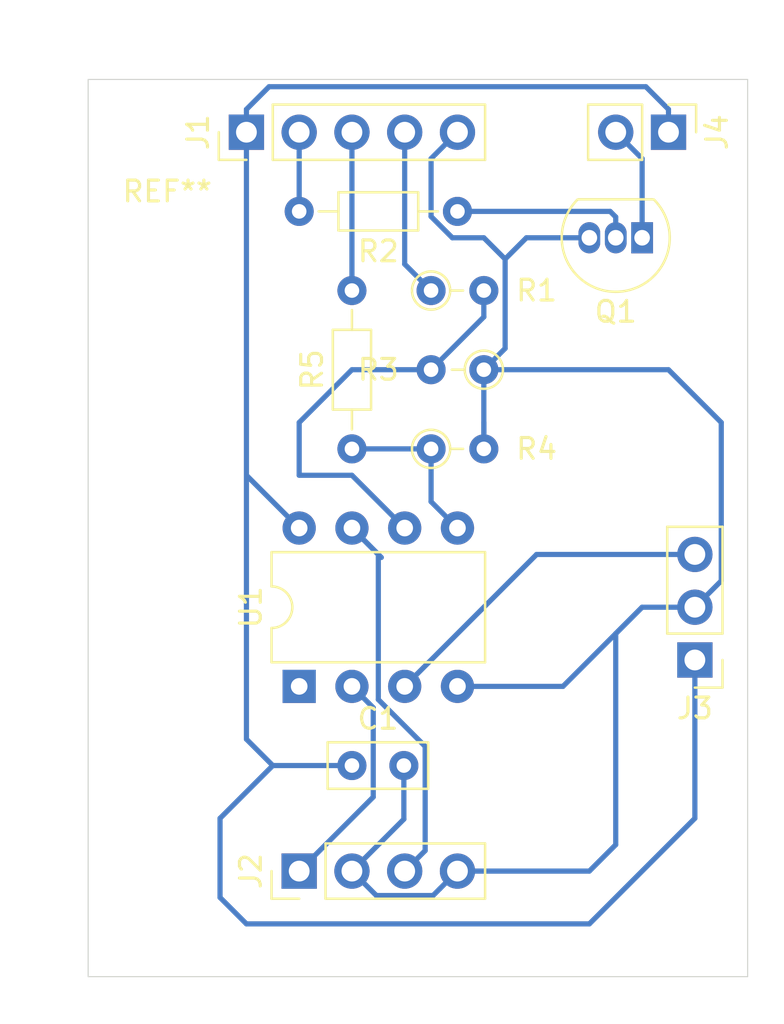
<source format=kicad_pcb>
(kicad_pcb (version 20171130) (host pcbnew "(5.1.5)-3")

  (general
    (thickness 1.6)
    (drawings 4)
    (tracks 77)
    (zones 0)
    (modules 13)
    (nets 14)
  )

  (page A4)
  (layers
    (0 F.Cu signal)
    (31 B.Cu signal)
    (32 B.Adhes user)
    (33 F.Adhes user)
    (34 B.Paste user)
    (35 F.Paste user)
    (36 B.SilkS user)
    (37 F.SilkS user)
    (38 B.Mask user)
    (39 F.Mask user)
    (40 Dwgs.User user)
    (41 Cmts.User user)
    (42 Eco1.User user)
    (43 Eco2.User user)
    (44 Edge.Cuts user)
    (45 Margin user)
    (46 B.CrtYd user)
    (47 F.CrtYd user)
    (48 B.Fab user)
    (49 F.Fab user)
  )

  (setup
    (last_trace_width 0.25)
    (trace_clearance 0.2)
    (zone_clearance 0.508)
    (zone_45_only no)
    (trace_min 0.2)
    (via_size 0.8)
    (via_drill 0.4)
    (via_min_size 0.4)
    (via_min_drill 0.3)
    (uvia_size 0.3)
    (uvia_drill 0.1)
    (uvias_allowed no)
    (uvia_min_size 0.2)
    (uvia_min_drill 0.1)
    (edge_width 0.05)
    (segment_width 0.2)
    (pcb_text_width 0.3)
    (pcb_text_size 1.5 1.5)
    (mod_edge_width 0.12)
    (mod_text_size 1 1)
    (mod_text_width 0.15)
    (pad_size 1.524 1.524)
    (pad_drill 0.762)
    (pad_to_mask_clearance 0.051)
    (solder_mask_min_width 0.25)
    (aux_axis_origin 0 0)
    (visible_elements FFFFFF7F)
    (pcbplotparams
      (layerselection 0x010fc_ffffffff)
      (usegerberextensions false)
      (usegerberattributes false)
      (usegerberadvancedattributes false)
      (creategerberjobfile false)
      (excludeedgelayer true)
      (linewidth 0.100000)
      (plotframeref false)
      (viasonmask false)
      (mode 1)
      (useauxorigin false)
      (hpglpennumber 1)
      (hpglpenspeed 20)
      (hpglpendiameter 15.000000)
      (psnegative false)
      (psa4output false)
      (plotreference true)
      (plotvalue true)
      (plotinvisibletext false)
      (padsonsilk false)
      (subtractmaskfromsilk false)
      (outputformat 1)
      (mirror false)
      (drillshape 1)
      (scaleselection 1)
      (outputdirectory ""))
  )

  (net 0 "")
  (net 1 GND)
  (net 2 +5V)
  (net 3 pwr_down_req)
  (net 4 pi_state)
  (net 5 source_led)
  (net 6 button_pin)
  (net 7 led_pin)
  (net 8 relais_pin)
  (net 9 "Net-(J4-Pad2)")
  (net 10 "Net-(Q1-Pad2)")
  (net 11 "Net-(R1-Pad2)")
  (net 12 "Net-(R4-Pad1)")
  (net 13 "Net-(U1-Pad1)")

  (net_class Default "This is the default net class."
    (clearance 0.2)
    (trace_width 0.25)
    (via_dia 0.8)
    (via_drill 0.4)
    (uvia_dia 0.3)
    (uvia_drill 0.1)
    (add_net +5V)
    (add_net GND)
    (add_net "Net-(J4-Pad2)")
    (add_net "Net-(Q1-Pad2)")
    (add_net "Net-(R1-Pad2)")
    (add_net "Net-(R4-Pad1)")
    (add_net "Net-(U1-Pad1)")
    (add_net button_pin)
    (add_net led_pin)
    (add_net pi_state)
    (add_net pwr_down_req)
    (add_net relais_pin)
    (add_net source_led)
  )

  (module Package_DIP:DIP-8_W7.62mm (layer F.Cu) (tedit 5A02E8C5) (tstamp 5E42E058)
    (at 161.29 92.71 90)
    (descr "8-lead though-hole mounted DIP package, row spacing 7.62 mm (300 mils)")
    (tags "THT DIP DIL PDIP 2.54mm 7.62mm 300mil")
    (path /5E42CB47)
    (fp_text reference U1 (at 3.81 -2.33 90) (layer F.SilkS)
      (effects (font (size 1 1) (thickness 0.15)))
    )
    (fp_text value ATtiny85-20PU (at 3.81 9.95 90) (layer F.Fab)
      (effects (font (size 1 1) (thickness 0.15)))
    )
    (fp_text user %R (at 3.81 3.81 90) (layer F.Fab)
      (effects (font (size 1 1) (thickness 0.15)))
    )
    (fp_line (start 8.7 -1.55) (end -1.1 -1.55) (layer F.CrtYd) (width 0.05))
    (fp_line (start 8.7 9.15) (end 8.7 -1.55) (layer F.CrtYd) (width 0.05))
    (fp_line (start -1.1 9.15) (end 8.7 9.15) (layer F.CrtYd) (width 0.05))
    (fp_line (start -1.1 -1.55) (end -1.1 9.15) (layer F.CrtYd) (width 0.05))
    (fp_line (start 6.46 -1.33) (end 4.81 -1.33) (layer F.SilkS) (width 0.12))
    (fp_line (start 6.46 8.95) (end 6.46 -1.33) (layer F.SilkS) (width 0.12))
    (fp_line (start 1.16 8.95) (end 6.46 8.95) (layer F.SilkS) (width 0.12))
    (fp_line (start 1.16 -1.33) (end 1.16 8.95) (layer F.SilkS) (width 0.12))
    (fp_line (start 2.81 -1.33) (end 1.16 -1.33) (layer F.SilkS) (width 0.12))
    (fp_line (start 0.635 -0.27) (end 1.635 -1.27) (layer F.Fab) (width 0.1))
    (fp_line (start 0.635 8.89) (end 0.635 -0.27) (layer F.Fab) (width 0.1))
    (fp_line (start 6.985 8.89) (end 0.635 8.89) (layer F.Fab) (width 0.1))
    (fp_line (start 6.985 -1.27) (end 6.985 8.89) (layer F.Fab) (width 0.1))
    (fp_line (start 1.635 -1.27) (end 6.985 -1.27) (layer F.Fab) (width 0.1))
    (fp_arc (start 3.81 -1.33) (end 2.81 -1.33) (angle -180) (layer F.SilkS) (width 0.12))
    (pad 8 thru_hole oval (at 7.62 0 90) (size 1.6 1.6) (drill 0.8) (layers *.Cu *.Mask)
      (net 2 +5V))
    (pad 4 thru_hole oval (at 0 7.62 90) (size 1.6 1.6) (drill 0.8) (layers *.Cu *.Mask)
      (net 1 GND))
    (pad 7 thru_hole oval (at 7.62 2.54 90) (size 1.6 1.6) (drill 0.8) (layers *.Cu *.Mask)
      (net 6 button_pin))
    (pad 3 thru_hole oval (at 0 5.08 90) (size 1.6 1.6) (drill 0.8) (layers *.Cu *.Mask)
      (net 8 relais_pin))
    (pad 6 thru_hole oval (at 7.62 5.08 90) (size 1.6 1.6) (drill 0.8) (layers *.Cu *.Mask)
      (net 11 "Net-(R1-Pad2)"))
    (pad 2 thru_hole oval (at 0 2.54 90) (size 1.6 1.6) (drill 0.8) (layers *.Cu *.Mask)
      (net 7 led_pin))
    (pad 5 thru_hole oval (at 7.62 7.62 90) (size 1.6 1.6) (drill 0.8) (layers *.Cu *.Mask)
      (net 12 "Net-(R4-Pad1)"))
    (pad 1 thru_hole rect (at 0 0 90) (size 1.6 1.6) (drill 0.8) (layers *.Cu *.Mask)
      (net 13 "Net-(U1-Pad1)"))
    (model ${KISYS3DMOD}/Package_DIP.3dshapes/DIP-8_W7.62mm.wrl
      (at (xyz 0 0 0))
      (scale (xyz 1 1 1))
      (rotate (xyz 0 0 0))
    )
  )

  (module Resistor_THT:R_Axial_DIN0204_L3.6mm_D1.6mm_P7.62mm_Horizontal (layer F.Cu) (tedit 5AE5139B) (tstamp 5E42E54D)
    (at 168.91 69.85 180)
    (descr "Resistor, Axial_DIN0204 series, Axial, Horizontal, pin pitch=7.62mm, 0.167W, length*diameter=3.6*1.6mm^2, http://cdn-reichelt.de/documents/datenblatt/B400/1_4W%23YAG.pdf")
    (tags "Resistor Axial_DIN0204 series Axial Horizontal pin pitch 7.62mm 0.167W length 3.6mm diameter 1.6mm")
    (path /5E4308C6)
    (fp_text reference R2 (at 3.81 -1.92) (layer F.SilkS)
      (effects (font (size 1 1) (thickness 0.15)))
    )
    (fp_text value 2k7 (at 3.81 1.92) (layer F.Fab)
      (effects (font (size 1 1) (thickness 0.15)))
    )
    (fp_text user %R (at 3.81 0) (layer F.Fab)
      (effects (font (size 0.72 0.72) (thickness 0.108)))
    )
    (fp_line (start 8.57 -1.05) (end -0.95 -1.05) (layer F.CrtYd) (width 0.05))
    (fp_line (start 8.57 1.05) (end 8.57 -1.05) (layer F.CrtYd) (width 0.05))
    (fp_line (start -0.95 1.05) (end 8.57 1.05) (layer F.CrtYd) (width 0.05))
    (fp_line (start -0.95 -1.05) (end -0.95 1.05) (layer F.CrtYd) (width 0.05))
    (fp_line (start 6.68 0) (end 5.73 0) (layer F.SilkS) (width 0.12))
    (fp_line (start 0.94 0) (end 1.89 0) (layer F.SilkS) (width 0.12))
    (fp_line (start 5.73 -0.92) (end 1.89 -0.92) (layer F.SilkS) (width 0.12))
    (fp_line (start 5.73 0.92) (end 5.73 -0.92) (layer F.SilkS) (width 0.12))
    (fp_line (start 1.89 0.92) (end 5.73 0.92) (layer F.SilkS) (width 0.12))
    (fp_line (start 1.89 -0.92) (end 1.89 0.92) (layer F.SilkS) (width 0.12))
    (fp_line (start 7.62 0) (end 5.61 0) (layer F.Fab) (width 0.1))
    (fp_line (start 0 0) (end 2.01 0) (layer F.Fab) (width 0.1))
    (fp_line (start 5.61 -0.8) (end 2.01 -0.8) (layer F.Fab) (width 0.1))
    (fp_line (start 5.61 0.8) (end 5.61 -0.8) (layer F.Fab) (width 0.1))
    (fp_line (start 2.01 0.8) (end 5.61 0.8) (layer F.Fab) (width 0.1))
    (fp_line (start 2.01 -0.8) (end 2.01 0.8) (layer F.Fab) (width 0.1))
    (pad 2 thru_hole oval (at 7.62 0 180) (size 1.4 1.4) (drill 0.7) (layers *.Cu *.Mask)
      (net 5 source_led))
    (pad 1 thru_hole circle (at 0 0 180) (size 1.4 1.4) (drill 0.7) (layers *.Cu *.Mask)
      (net 10 "Net-(Q1-Pad2)"))
    (model ${KISYS3DMOD}/Resistor_THT.3dshapes/R_Axial_DIN0204_L3.6mm_D1.6mm_P7.62mm_Horizontal.wrl
      (at (xyz 0 0 0))
      (scale (xyz 1 1 1))
      (rotate (xyz 0 0 0))
    )
  )

  (module MountingHole:MountingHole_2.5mm (layer F.Cu) (tedit 56D1B4CB) (tstamp 5E43325B)
    (at 154.94 72.39)
    (descr "Mounting Hole 2.5mm, no annular")
    (tags "mounting hole 2.5mm no annular")
    (attr virtual)
    (fp_text reference REF** (at 0 -3.5) (layer F.SilkS)
      (effects (font (size 1 1) (thickness 0.15)))
    )
    (fp_text value MountingHole_2.5mm (at 0 3.5) (layer F.Fab)
      (effects (font (size 1 1) (thickness 0.15)))
    )
    (fp_circle (center 0 0) (end 2.75 0) (layer F.CrtYd) (width 0.05))
    (fp_circle (center 0 0) (end 2.5 0) (layer Cmts.User) (width 0.15))
    (fp_text user %R (at 0.3 0) (layer F.Fab)
      (effects (font (size 1 1) (thickness 0.15)))
    )
    (pad 1 np_thru_hole circle (at 0 0) (size 2.5 2.5) (drill 2.5) (layers *.Cu *.Mask))
  )

  (module Resistor_THT:R_Axial_DIN0204_L3.6mm_D1.6mm_P7.62mm_Horizontal (layer F.Cu) (tedit 5AE5139B) (tstamp 5E42E03C)
    (at 163.83 81.28 90)
    (descr "Resistor, Axial_DIN0204 series, Axial, Horizontal, pin pitch=7.62mm, 0.167W, length*diameter=3.6*1.6mm^2, http://cdn-reichelt.de/documents/datenblatt/B400/1_4W%23YAG.pdf")
    (tags "Resistor Axial_DIN0204 series Axial Horizontal pin pitch 7.62mm 0.167W length 3.6mm diameter 1.6mm")
    (path /5E430759)
    (fp_text reference R5 (at 3.81 -1.92 90) (layer F.SilkS)
      (effects (font (size 1 1) (thickness 0.15)))
    )
    (fp_text value 1k (at 3.81 1.92 90) (layer F.Fab)
      (effects (font (size 1 1) (thickness 0.15)))
    )
    (fp_text user %R (at 3.81 0 90) (layer F.Fab)
      (effects (font (size 0.72 0.72) (thickness 0.108)))
    )
    (fp_line (start 8.57 -1.05) (end -0.95 -1.05) (layer F.CrtYd) (width 0.05))
    (fp_line (start 8.57 1.05) (end 8.57 -1.05) (layer F.CrtYd) (width 0.05))
    (fp_line (start -0.95 1.05) (end 8.57 1.05) (layer F.CrtYd) (width 0.05))
    (fp_line (start -0.95 -1.05) (end -0.95 1.05) (layer F.CrtYd) (width 0.05))
    (fp_line (start 6.68 0) (end 5.73 0) (layer F.SilkS) (width 0.12))
    (fp_line (start 0.94 0) (end 1.89 0) (layer F.SilkS) (width 0.12))
    (fp_line (start 5.73 -0.92) (end 1.89 -0.92) (layer F.SilkS) (width 0.12))
    (fp_line (start 5.73 0.92) (end 5.73 -0.92) (layer F.SilkS) (width 0.12))
    (fp_line (start 1.89 0.92) (end 5.73 0.92) (layer F.SilkS) (width 0.12))
    (fp_line (start 1.89 -0.92) (end 1.89 0.92) (layer F.SilkS) (width 0.12))
    (fp_line (start 7.62 0) (end 5.61 0) (layer F.Fab) (width 0.1))
    (fp_line (start 0 0) (end 2.01 0) (layer F.Fab) (width 0.1))
    (fp_line (start 5.61 -0.8) (end 2.01 -0.8) (layer F.Fab) (width 0.1))
    (fp_line (start 5.61 0.8) (end 5.61 -0.8) (layer F.Fab) (width 0.1))
    (fp_line (start 2.01 0.8) (end 5.61 0.8) (layer F.Fab) (width 0.1))
    (fp_line (start 2.01 -0.8) (end 2.01 0.8) (layer F.Fab) (width 0.1))
    (pad 2 thru_hole oval (at 7.62 0 90) (size 1.4 1.4) (drill 0.7) (layers *.Cu *.Mask)
      (net 4 pi_state))
    (pad 1 thru_hole circle (at 0 0 90) (size 1.4 1.4) (drill 0.7) (layers *.Cu *.Mask)
      (net 12 "Net-(R4-Pad1)"))
    (model ${KISYS3DMOD}/Resistor_THT.3dshapes/R_Axial_DIN0204_L3.6mm_D1.6mm_P7.62mm_Horizontal.wrl
      (at (xyz 0 0 0))
      (scale (xyz 1 1 1))
      (rotate (xyz 0 0 0))
    )
  )

  (module Resistor_THT:R_Axial_DIN0204_L3.6mm_D1.6mm_P2.54mm_Vertical (layer F.Cu) (tedit 5AE5139B) (tstamp 5E42E025)
    (at 167.64 81.28)
    (descr "Resistor, Axial_DIN0204 series, Axial, Vertical, pin pitch=2.54mm, 0.167W, length*diameter=3.6*1.6mm^2, http://cdn-reichelt.de/documents/datenblatt/B400/1_4W%23YAG.pdf")
    (tags "Resistor Axial_DIN0204 series Axial Vertical pin pitch 2.54mm 0.167W length 3.6mm diameter 1.6mm")
    (path /5E43064E)
    (fp_text reference R4 (at 5.08 0) (layer F.SilkS)
      (effects (font (size 1 1) (thickness 0.15)))
    )
    (fp_text value 1k (at 1.27 1.92) (layer F.Fab)
      (effects (font (size 1 1) (thickness 0.15)))
    )
    (fp_text user %R (at 1.27 -1.92) (layer F.Fab)
      (effects (font (size 1 1) (thickness 0.15)))
    )
    (fp_line (start 3.49 -1.05) (end -1.05 -1.05) (layer F.CrtYd) (width 0.05))
    (fp_line (start 3.49 1.05) (end 3.49 -1.05) (layer F.CrtYd) (width 0.05))
    (fp_line (start -1.05 1.05) (end 3.49 1.05) (layer F.CrtYd) (width 0.05))
    (fp_line (start -1.05 -1.05) (end -1.05 1.05) (layer F.CrtYd) (width 0.05))
    (fp_line (start 0.92 0) (end 1.54 0) (layer F.SilkS) (width 0.12))
    (fp_line (start 0 0) (end 2.54 0) (layer F.Fab) (width 0.1))
    (fp_circle (center 0 0) (end 0.92 0) (layer F.SilkS) (width 0.12))
    (fp_circle (center 0 0) (end 0.8 0) (layer F.Fab) (width 0.1))
    (pad 2 thru_hole oval (at 2.54 0) (size 1.4 1.4) (drill 0.7) (layers *.Cu *.Mask)
      (net 1 GND))
    (pad 1 thru_hole circle (at 0 0) (size 1.4 1.4) (drill 0.7) (layers *.Cu *.Mask)
      (net 12 "Net-(R4-Pad1)"))
    (model ${KISYS3DMOD}/Resistor_THT.3dshapes/R_Axial_DIN0204_L3.6mm_D1.6mm_P2.54mm_Vertical.wrl
      (at (xyz 0 0 0))
      (scale (xyz 1 1 1))
      (rotate (xyz 0 0 0))
    )
  )

  (module Resistor_THT:R_Axial_DIN0204_L3.6mm_D1.6mm_P2.54mm_Vertical (layer F.Cu) (tedit 5AE5139B) (tstamp 5E42E016)
    (at 170.18 77.47 180)
    (descr "Resistor, Axial_DIN0204 series, Axial, Vertical, pin pitch=2.54mm, 0.167W, length*diameter=3.6*1.6mm^2, http://cdn-reichelt.de/documents/datenblatt/B400/1_4W%23YAG.pdf")
    (tags "Resistor Axial_DIN0204 series Axial Vertical pin pitch 2.54mm 0.167W length 3.6mm diameter 1.6mm")
    (path /5E42FFD8)
    (fp_text reference R3 (at 5.08 0) (layer F.SilkS)
      (effects (font (size 1 1) (thickness 0.15)))
    )
    (fp_text value 1k (at 1.27 1.92) (layer F.Fab)
      (effects (font (size 1 1) (thickness 0.15)))
    )
    (fp_text user %R (at 1.27 -1.92) (layer F.Fab)
      (effects (font (size 1 1) (thickness 0.15)))
    )
    (fp_line (start 3.49 -1.05) (end -1.05 -1.05) (layer F.CrtYd) (width 0.05))
    (fp_line (start 3.49 1.05) (end 3.49 -1.05) (layer F.CrtYd) (width 0.05))
    (fp_line (start -1.05 1.05) (end 3.49 1.05) (layer F.CrtYd) (width 0.05))
    (fp_line (start -1.05 -1.05) (end -1.05 1.05) (layer F.CrtYd) (width 0.05))
    (fp_line (start 0.92 0) (end 1.54 0) (layer F.SilkS) (width 0.12))
    (fp_line (start 0 0) (end 2.54 0) (layer F.Fab) (width 0.1))
    (fp_circle (center 0 0) (end 0.92 0) (layer F.SilkS) (width 0.12))
    (fp_circle (center 0 0) (end 0.8 0) (layer F.Fab) (width 0.1))
    (pad 2 thru_hole oval (at 2.54 0 180) (size 1.4 1.4) (drill 0.7) (layers *.Cu *.Mask)
      (net 11 "Net-(R1-Pad2)"))
    (pad 1 thru_hole circle (at 0 0 180) (size 1.4 1.4) (drill 0.7) (layers *.Cu *.Mask)
      (net 1 GND))
    (model ${KISYS3DMOD}/Resistor_THT.3dshapes/R_Axial_DIN0204_L3.6mm_D1.6mm_P2.54mm_Vertical.wrl
      (at (xyz 0 0 0))
      (scale (xyz 1 1 1))
      (rotate (xyz 0 0 0))
    )
  )

  (module Resistor_THT:R_Axial_DIN0204_L3.6mm_D1.6mm_P2.54mm_Vertical (layer F.Cu) (tedit 5AE5139B) (tstamp 5E42DFF4)
    (at 167.64 73.66)
    (descr "Resistor, Axial_DIN0204 series, Axial, Vertical, pin pitch=2.54mm, 0.167W, length*diameter=3.6*1.6mm^2, http://cdn-reichelt.de/documents/datenblatt/B400/1_4W%23YAG.pdf")
    (tags "Resistor Axial_DIN0204 series Axial Vertical pin pitch 2.54mm 0.167W length 3.6mm diameter 1.6mm")
    (path /5E454B19)
    (fp_text reference R1 (at 5.08 0) (layer F.SilkS)
      (effects (font (size 1 1) (thickness 0.15)))
    )
    (fp_text value 1k (at 1.27 1.92) (layer F.Fab)
      (effects (font (size 1 1) (thickness 0.15)))
    )
    (fp_text user %R (at 1.27 -1.92) (layer F.Fab)
      (effects (font (size 1 1) (thickness 0.15)))
    )
    (fp_line (start 3.49 -1.05) (end -1.05 -1.05) (layer F.CrtYd) (width 0.05))
    (fp_line (start 3.49 1.05) (end 3.49 -1.05) (layer F.CrtYd) (width 0.05))
    (fp_line (start -1.05 1.05) (end 3.49 1.05) (layer F.CrtYd) (width 0.05))
    (fp_line (start -1.05 -1.05) (end -1.05 1.05) (layer F.CrtYd) (width 0.05))
    (fp_line (start 0.92 0) (end 1.54 0) (layer F.SilkS) (width 0.12))
    (fp_line (start 0 0) (end 2.54 0) (layer F.Fab) (width 0.1))
    (fp_circle (center 0 0) (end 0.92 0) (layer F.SilkS) (width 0.12))
    (fp_circle (center 0 0) (end 0.8 0) (layer F.Fab) (width 0.1))
    (pad 2 thru_hole oval (at 2.54 0) (size 1.4 1.4) (drill 0.7) (layers *.Cu *.Mask)
      (net 11 "Net-(R1-Pad2)"))
    (pad 1 thru_hole circle (at 0 0) (size 1.4 1.4) (drill 0.7) (layers *.Cu *.Mask)
      (net 3 pwr_down_req))
    (model ${KISYS3DMOD}/Resistor_THT.3dshapes/R_Axial_DIN0204_L3.6mm_D1.6mm_P2.54mm_Vertical.wrl
      (at (xyz 0 0 0))
      (scale (xyz 1 1 1))
      (rotate (xyz 0 0 0))
    )
  )

  (module Package_TO_SOT_THT:TO-92_Inline (layer F.Cu) (tedit 5A1DD157) (tstamp 5E42DFE5)
    (at 177.8 71.12 180)
    (descr "TO-92 leads in-line, narrow, oval pads, drill 0.75mm (see NXP sot054_po.pdf)")
    (tags "to-92 sc-43 sc-43a sot54 PA33 transistor")
    (path /5E42F2A6)
    (fp_text reference Q1 (at 1.27 -3.56) (layer F.SilkS)
      (effects (font (size 1 1) (thickness 0.15)))
    )
    (fp_text value BC547 (at 1.27 2.79) (layer F.Fab)
      (effects (font (size 1 1) (thickness 0.15)))
    )
    (fp_arc (start 1.27 0) (end 1.27 -2.6) (angle 135) (layer F.SilkS) (width 0.12))
    (fp_arc (start 1.27 0) (end 1.27 -2.48) (angle -135) (layer F.Fab) (width 0.1))
    (fp_arc (start 1.27 0) (end 1.27 -2.6) (angle -135) (layer F.SilkS) (width 0.12))
    (fp_arc (start 1.27 0) (end 1.27 -2.48) (angle 135) (layer F.Fab) (width 0.1))
    (fp_line (start 4 2.01) (end -1.46 2.01) (layer F.CrtYd) (width 0.05))
    (fp_line (start 4 2.01) (end 4 -2.73) (layer F.CrtYd) (width 0.05))
    (fp_line (start -1.46 -2.73) (end -1.46 2.01) (layer F.CrtYd) (width 0.05))
    (fp_line (start -1.46 -2.73) (end 4 -2.73) (layer F.CrtYd) (width 0.05))
    (fp_line (start -0.5 1.75) (end 3 1.75) (layer F.Fab) (width 0.1))
    (fp_line (start -0.53 1.85) (end 3.07 1.85) (layer F.SilkS) (width 0.12))
    (fp_text user %R (at 1.27 -3.56) (layer F.Fab)
      (effects (font (size 1 1) (thickness 0.15)))
    )
    (pad 1 thru_hole rect (at 0 0 180) (size 1.05 1.5) (drill 0.75) (layers *.Cu *.Mask)
      (net 9 "Net-(J4-Pad2)"))
    (pad 3 thru_hole oval (at 2.54 0 180) (size 1.05 1.5) (drill 0.75) (layers *.Cu *.Mask)
      (net 1 GND))
    (pad 2 thru_hole oval (at 1.27 0 180) (size 1.05 1.5) (drill 0.75) (layers *.Cu *.Mask)
      (net 10 "Net-(Q1-Pad2)"))
    (model ${KISYS3DMOD}/Package_TO_SOT_THT.3dshapes/TO-92_Inline.wrl
      (at (xyz 0 0 0))
      (scale (xyz 1 1 1))
      (rotate (xyz 0 0 0))
    )
  )

  (module Connector_PinHeader_2.54mm:PinHeader_1x02_P2.54mm_Vertical (layer F.Cu) (tedit 59FED5CC) (tstamp 5E42DFD3)
    (at 179.07 66.04 270)
    (descr "Through hole straight pin header, 1x02, 2.54mm pitch, single row")
    (tags "Through hole pin header THT 1x02 2.54mm single row")
    (path /5E42D28B)
    (fp_text reference J4 (at 0 -2.33 90) (layer F.SilkS)
      (effects (font (size 1 1) (thickness 0.15)))
    )
    (fp_text value SwitchSourceLed (at 0 4.87 90) (layer F.Fab)
      (effects (font (size 1 1) (thickness 0.15)))
    )
    (fp_text user %R (at 0 1.27) (layer F.Fab)
      (effects (font (size 1 1) (thickness 0.15)))
    )
    (fp_line (start 1.8 -1.8) (end -1.8 -1.8) (layer F.CrtYd) (width 0.05))
    (fp_line (start 1.8 4.35) (end 1.8 -1.8) (layer F.CrtYd) (width 0.05))
    (fp_line (start -1.8 4.35) (end 1.8 4.35) (layer F.CrtYd) (width 0.05))
    (fp_line (start -1.8 -1.8) (end -1.8 4.35) (layer F.CrtYd) (width 0.05))
    (fp_line (start -1.33 -1.33) (end 0 -1.33) (layer F.SilkS) (width 0.12))
    (fp_line (start -1.33 0) (end -1.33 -1.33) (layer F.SilkS) (width 0.12))
    (fp_line (start -1.33 1.27) (end 1.33 1.27) (layer F.SilkS) (width 0.12))
    (fp_line (start 1.33 1.27) (end 1.33 3.87) (layer F.SilkS) (width 0.12))
    (fp_line (start -1.33 1.27) (end -1.33 3.87) (layer F.SilkS) (width 0.12))
    (fp_line (start -1.33 3.87) (end 1.33 3.87) (layer F.SilkS) (width 0.12))
    (fp_line (start -1.27 -0.635) (end -0.635 -1.27) (layer F.Fab) (width 0.1))
    (fp_line (start -1.27 3.81) (end -1.27 -0.635) (layer F.Fab) (width 0.1))
    (fp_line (start 1.27 3.81) (end -1.27 3.81) (layer F.Fab) (width 0.1))
    (fp_line (start 1.27 -1.27) (end 1.27 3.81) (layer F.Fab) (width 0.1))
    (fp_line (start -0.635 -1.27) (end 1.27 -1.27) (layer F.Fab) (width 0.1))
    (pad 2 thru_hole oval (at 0 2.54 270) (size 1.7 1.7) (drill 1) (layers *.Cu *.Mask)
      (net 9 "Net-(J4-Pad2)"))
    (pad 1 thru_hole rect (at 0 0 270) (size 1.7 1.7) (drill 1) (layers *.Cu *.Mask)
      (net 2 +5V))
    (model ${KISYS3DMOD}/Connector_PinHeader_2.54mm.3dshapes/PinHeader_1x02_P2.54mm_Vertical.wrl
      (at (xyz 0 0 0))
      (scale (xyz 1 1 1))
      (rotate (xyz 0 0 0))
    )
  )

  (module Connector_PinHeader_2.54mm:PinHeader_1x03_P2.54mm_Vertical (layer F.Cu) (tedit 59FED5CC) (tstamp 5E42DFBD)
    (at 180.34 91.44 180)
    (descr "Through hole straight pin header, 1x03, 2.54mm pitch, single row")
    (tags "Through hole pin header THT 1x03 2.54mm single row")
    (path /5E42D999)
    (fp_text reference J3 (at 0 -2.33) (layer F.SilkS)
      (effects (font (size 1 1) (thickness 0.15)))
    )
    (fp_text value RelayBoard (at 0 7.41) (layer F.Fab)
      (effects (font (size 1 1) (thickness 0.15)))
    )
    (fp_text user %R (at 0 2.54 90) (layer F.Fab)
      (effects (font (size 1 1) (thickness 0.15)))
    )
    (fp_line (start 1.8 -1.8) (end -1.8 -1.8) (layer F.CrtYd) (width 0.05))
    (fp_line (start 1.8 6.85) (end 1.8 -1.8) (layer F.CrtYd) (width 0.05))
    (fp_line (start -1.8 6.85) (end 1.8 6.85) (layer F.CrtYd) (width 0.05))
    (fp_line (start -1.8 -1.8) (end -1.8 6.85) (layer F.CrtYd) (width 0.05))
    (fp_line (start -1.33 -1.33) (end 0 -1.33) (layer F.SilkS) (width 0.12))
    (fp_line (start -1.33 0) (end -1.33 -1.33) (layer F.SilkS) (width 0.12))
    (fp_line (start -1.33 1.27) (end 1.33 1.27) (layer F.SilkS) (width 0.12))
    (fp_line (start 1.33 1.27) (end 1.33 6.41) (layer F.SilkS) (width 0.12))
    (fp_line (start -1.33 1.27) (end -1.33 6.41) (layer F.SilkS) (width 0.12))
    (fp_line (start -1.33 6.41) (end 1.33 6.41) (layer F.SilkS) (width 0.12))
    (fp_line (start -1.27 -0.635) (end -0.635 -1.27) (layer F.Fab) (width 0.1))
    (fp_line (start -1.27 6.35) (end -1.27 -0.635) (layer F.Fab) (width 0.1))
    (fp_line (start 1.27 6.35) (end -1.27 6.35) (layer F.Fab) (width 0.1))
    (fp_line (start 1.27 -1.27) (end 1.27 6.35) (layer F.Fab) (width 0.1))
    (fp_line (start -0.635 -1.27) (end 1.27 -1.27) (layer F.Fab) (width 0.1))
    (pad 3 thru_hole oval (at 0 5.08 180) (size 1.7 1.7) (drill 1) (layers *.Cu *.Mask)
      (net 8 relais_pin))
    (pad 2 thru_hole oval (at 0 2.54 180) (size 1.7 1.7) (drill 1) (layers *.Cu *.Mask)
      (net 1 GND))
    (pad 1 thru_hole rect (at 0 0 180) (size 1.7 1.7) (drill 1) (layers *.Cu *.Mask)
      (net 2 +5V))
    (model ${KISYS3DMOD}/Connector_PinHeader_2.54mm.3dshapes/PinHeader_1x03_P2.54mm_Vertical.wrl
      (at (xyz 0 0 0))
      (scale (xyz 1 1 1))
      (rotate (xyz 0 0 0))
    )
  )

  (module Connector_PinHeader_2.54mm:PinHeader_1x04_P2.54mm_Vertical (layer F.Cu) (tedit 59FED5CC) (tstamp 5E42DFA6)
    (at 161.29 101.6 90)
    (descr "Through hole straight pin header, 1x04, 2.54mm pitch, single row")
    (tags "Through hole pin header THT 1x04 2.54mm single row")
    (path /5E42E92F)
    (fp_text reference J2 (at 0 -2.33 90) (layer F.SilkS)
      (effects (font (size 1 1) (thickness 0.15)))
    )
    (fp_text value SwitchPowerAndLed (at 0 9.95 90) (layer F.Fab)
      (effects (font (size 1 1) (thickness 0.15)))
    )
    (fp_text user %R (at 0 3.81) (layer F.Fab)
      (effects (font (size 1 1) (thickness 0.15)))
    )
    (fp_line (start 1.8 -1.8) (end -1.8 -1.8) (layer F.CrtYd) (width 0.05))
    (fp_line (start 1.8 9.4) (end 1.8 -1.8) (layer F.CrtYd) (width 0.05))
    (fp_line (start -1.8 9.4) (end 1.8 9.4) (layer F.CrtYd) (width 0.05))
    (fp_line (start -1.8 -1.8) (end -1.8 9.4) (layer F.CrtYd) (width 0.05))
    (fp_line (start -1.33 -1.33) (end 0 -1.33) (layer F.SilkS) (width 0.12))
    (fp_line (start -1.33 0) (end -1.33 -1.33) (layer F.SilkS) (width 0.12))
    (fp_line (start -1.33 1.27) (end 1.33 1.27) (layer F.SilkS) (width 0.12))
    (fp_line (start 1.33 1.27) (end 1.33 8.95) (layer F.SilkS) (width 0.12))
    (fp_line (start -1.33 1.27) (end -1.33 8.95) (layer F.SilkS) (width 0.12))
    (fp_line (start -1.33 8.95) (end 1.33 8.95) (layer F.SilkS) (width 0.12))
    (fp_line (start -1.27 -0.635) (end -0.635 -1.27) (layer F.Fab) (width 0.1))
    (fp_line (start -1.27 8.89) (end -1.27 -0.635) (layer F.Fab) (width 0.1))
    (fp_line (start 1.27 8.89) (end -1.27 8.89) (layer F.Fab) (width 0.1))
    (fp_line (start 1.27 -1.27) (end 1.27 8.89) (layer F.Fab) (width 0.1))
    (fp_line (start -0.635 -1.27) (end 1.27 -1.27) (layer F.Fab) (width 0.1))
    (pad 4 thru_hole oval (at 0 7.62 90) (size 1.7 1.7) (drill 1) (layers *.Cu *.Mask)
      (net 1 GND))
    (pad 3 thru_hole oval (at 0 5.08 90) (size 1.7 1.7) (drill 1) (layers *.Cu *.Mask)
      (net 6 button_pin))
    (pad 2 thru_hole oval (at 0 2.54 90) (size 1.7 1.7) (drill 1) (layers *.Cu *.Mask)
      (net 1 GND))
    (pad 1 thru_hole rect (at 0 0 90) (size 1.7 1.7) (drill 1) (layers *.Cu *.Mask)
      (net 7 led_pin))
    (model ${KISYS3DMOD}/Connector_PinHeader_2.54mm.3dshapes/PinHeader_1x04_P2.54mm_Vertical.wrl
      (at (xyz 0 0 0))
      (scale (xyz 1 1 1))
      (rotate (xyz 0 0 0))
    )
  )

  (module Connector_PinHeader_2.54mm:PinHeader_1x05_P2.54mm_Vertical (layer F.Cu) (tedit 59FED5CC) (tstamp 5E42DF8E)
    (at 158.75 66.04 90)
    (descr "Through hole straight pin header, 1x05, 2.54mm pitch, single row")
    (tags "Through hole pin header THT 1x05 2.54mm single row")
    (path /5E42DF60)
    (fp_text reference J1 (at 0 -2.33 90) (layer F.SilkS)
      (effects (font (size 1 1) (thickness 0.15)))
    )
    (fp_text value RaspberryIO (at 0 12.49 90) (layer F.Fab)
      (effects (font (size 1 1) (thickness 0.15)))
    )
    (fp_text user %R (at 0 5.08) (layer F.Fab)
      (effects (font (size 1 1) (thickness 0.15)))
    )
    (fp_line (start 1.8 -1.8) (end -1.8 -1.8) (layer F.CrtYd) (width 0.05))
    (fp_line (start 1.8 11.95) (end 1.8 -1.8) (layer F.CrtYd) (width 0.05))
    (fp_line (start -1.8 11.95) (end 1.8 11.95) (layer F.CrtYd) (width 0.05))
    (fp_line (start -1.8 -1.8) (end -1.8 11.95) (layer F.CrtYd) (width 0.05))
    (fp_line (start -1.33 -1.33) (end 0 -1.33) (layer F.SilkS) (width 0.12))
    (fp_line (start -1.33 0) (end -1.33 -1.33) (layer F.SilkS) (width 0.12))
    (fp_line (start -1.33 1.27) (end 1.33 1.27) (layer F.SilkS) (width 0.12))
    (fp_line (start 1.33 1.27) (end 1.33 11.49) (layer F.SilkS) (width 0.12))
    (fp_line (start -1.33 1.27) (end -1.33 11.49) (layer F.SilkS) (width 0.12))
    (fp_line (start -1.33 11.49) (end 1.33 11.49) (layer F.SilkS) (width 0.12))
    (fp_line (start -1.27 -0.635) (end -0.635 -1.27) (layer F.Fab) (width 0.1))
    (fp_line (start -1.27 11.43) (end -1.27 -0.635) (layer F.Fab) (width 0.1))
    (fp_line (start 1.27 11.43) (end -1.27 11.43) (layer F.Fab) (width 0.1))
    (fp_line (start 1.27 -1.27) (end 1.27 11.43) (layer F.Fab) (width 0.1))
    (fp_line (start -0.635 -1.27) (end 1.27 -1.27) (layer F.Fab) (width 0.1))
    (pad 5 thru_hole oval (at 0 10.16 90) (size 1.7 1.7) (drill 1) (layers *.Cu *.Mask)
      (net 1 GND))
    (pad 4 thru_hole oval (at 0 7.62 90) (size 1.7 1.7) (drill 1) (layers *.Cu *.Mask)
      (net 3 pwr_down_req))
    (pad 3 thru_hole oval (at 0 5.08 90) (size 1.7 1.7) (drill 1) (layers *.Cu *.Mask)
      (net 4 pi_state))
    (pad 2 thru_hole oval (at 0 2.54 90) (size 1.7 1.7) (drill 1) (layers *.Cu *.Mask)
      (net 5 source_led))
    (pad 1 thru_hole rect (at 0 0 90) (size 1.7 1.7) (drill 1) (layers *.Cu *.Mask)
      (net 2 +5V))
    (model ${KISYS3DMOD}/Connector_PinHeader_2.54mm.3dshapes/PinHeader_1x05_P2.54mm_Vertical.wrl
      (at (xyz 0 0 0))
      (scale (xyz 1 1 1))
      (rotate (xyz 0 0 0))
    )
  )

  (module Capacitor_THT:C_Rect_L4.6mm_W2.0mm_P2.50mm_MKS02_FKP02 (layer F.Cu) (tedit 5AE50EF0) (tstamp 5E42DF75)
    (at 163.83 96.52)
    (descr "C, Rect series, Radial, pin pitch=2.50mm, , length*width=4.6*2mm^2, Capacitor, http://www.wima.de/DE/WIMA_MKS_02.pdf")
    (tags "C Rect series Radial pin pitch 2.50mm  length 4.6mm width 2mm Capacitor")
    (path /5E430AE6)
    (fp_text reference C1 (at 1.25 -2.25) (layer F.SilkS)
      (effects (font (size 1 1) (thickness 0.15)))
    )
    (fp_text value C (at 1.25 2.25) (layer F.Fab)
      (effects (font (size 1 1) (thickness 0.15)))
    )
    (fp_text user %R (at 1.25 0) (layer F.Fab)
      (effects (font (size 0.92 0.92) (thickness 0.138)))
    )
    (fp_line (start 3.8 -1.25) (end -1.3 -1.25) (layer F.CrtYd) (width 0.05))
    (fp_line (start 3.8 1.25) (end 3.8 -1.25) (layer F.CrtYd) (width 0.05))
    (fp_line (start -1.3 1.25) (end 3.8 1.25) (layer F.CrtYd) (width 0.05))
    (fp_line (start -1.3 -1.25) (end -1.3 1.25) (layer F.CrtYd) (width 0.05))
    (fp_line (start 3.67 -1.12) (end 3.67 1.12) (layer F.SilkS) (width 0.12))
    (fp_line (start -1.17 -1.12) (end -1.17 1.12) (layer F.SilkS) (width 0.12))
    (fp_line (start -1.17 1.12) (end 3.67 1.12) (layer F.SilkS) (width 0.12))
    (fp_line (start -1.17 -1.12) (end 3.67 -1.12) (layer F.SilkS) (width 0.12))
    (fp_line (start 3.55 -1) (end -1.05 -1) (layer F.Fab) (width 0.1))
    (fp_line (start 3.55 1) (end 3.55 -1) (layer F.Fab) (width 0.1))
    (fp_line (start -1.05 1) (end 3.55 1) (layer F.Fab) (width 0.1))
    (fp_line (start -1.05 -1) (end -1.05 1) (layer F.Fab) (width 0.1))
    (pad 2 thru_hole circle (at 2.5 0) (size 1.4 1.4) (drill 0.7) (layers *.Cu *.Mask)
      (net 1 GND))
    (pad 1 thru_hole circle (at 0 0) (size 1.4 1.4) (drill 0.7) (layers *.Cu *.Mask)
      (net 2 +5V))
    (model ${KISYS3DMOD}/Capacitor_THT.3dshapes/C_Rect_L4.6mm_W2.0mm_P2.50mm_MKS02_FKP02.wrl
      (at (xyz 0 0 0))
      (scale (xyz 1 1 1))
      (rotate (xyz 0 0 0))
    )
  )

  (gr_line (start 182.88 63.5) (end 151.13 63.5) (layer Edge.Cuts) (width 0.05) (tstamp 5E42E143))
  (gr_line (start 182.88 106.68) (end 182.88 63.5) (layer Edge.Cuts) (width 0.05))
  (gr_line (start 151.13 106.68) (end 182.88 106.68) (layer Edge.Cuts) (width 0.05))
  (gr_line (start 151.13 63.5) (end 151.13 106.68) (layer Edge.Cuts) (width 0.05))

  (segment (start 168.060001 102.449999) (end 168.91 101.6) (width 0.25) (layer B.Cu) (net 1))
  (segment (start 167.734999 102.775001) (end 168.060001 102.449999) (width 0.25) (layer B.Cu) (net 1))
  (segment (start 165.005001 102.775001) (end 167.734999 102.775001) (width 0.25) (layer B.Cu) (net 1))
  (segment (start 163.83 101.6) (end 165.005001 102.775001) (width 0.25) (layer B.Cu) (net 1))
  (segment (start 168.91 101.6) (end 175.26 101.6) (width 0.25) (layer B.Cu) (net 1))
  (segment (start 175.26 101.6) (end 176.53 100.33) (width 0.25) (layer B.Cu) (net 1))
  (segment (start 176.53 100.33) (end 176.53 90.17) (width 0.25) (layer B.Cu) (net 1))
  (segment (start 176.53 90.17) (end 177.8 88.9) (width 0.25) (layer B.Cu) (net 1))
  (segment (start 177.8 88.9) (end 180.34 88.9) (width 0.25) (layer B.Cu) (net 1))
  (segment (start 168.91 92.71) (end 173.99 92.71) (width 0.25) (layer B.Cu) (net 1))
  (segment (start 173.99 92.71) (end 177.8 88.9) (width 0.25) (layer B.Cu) (net 1))
  (segment (start 166.33 99.1) (end 163.83 101.6) (width 0.25) (layer B.Cu) (net 1))
  (segment (start 166.33 96.52) (end 166.33 99.1) (width 0.25) (layer B.Cu) (net 1))
  (segment (start 170.18 81.28) (end 170.18 80.01) (width 0.25) (layer B.Cu) (net 1))
  (segment (start 170.18 77.47) (end 170.18 81.28) (width 0.25) (layer B.Cu) (net 1))
  (segment (start 168.91 66.04) (end 167.64 67.31) (width 0.25) (layer B.Cu) (net 1))
  (segment (start 167.64 70.097002) (end 168.662998 71.12) (width 0.25) (layer B.Cu) (net 1))
  (segment (start 167.64 67.31) (end 167.64 70.097002) (width 0.25) (layer B.Cu) (net 1))
  (segment (start 168.662998 71.12) (end 170.18 71.12) (width 0.25) (layer B.Cu) (net 1))
  (segment (start 170.879999 76.770001) (end 170.18 77.47) (width 0.25) (layer B.Cu) (net 1))
  (segment (start 171.205001 76.444999) (end 170.879999 76.770001) (width 0.25) (layer B.Cu) (net 1))
  (segment (start 171.205001 72.145001) (end 171.205001 76.444999) (width 0.25) (layer B.Cu) (net 1))
  (segment (start 170.18 71.12) (end 171.205001 72.145001) (width 0.25) (layer B.Cu) (net 1))
  (segment (start 181.61 87.63) (end 180.34 88.9) (width 0.25) (layer B.Cu) (net 1))
  (segment (start 181.61 80.01) (end 181.61 87.63) (width 0.25) (layer B.Cu) (net 1))
  (segment (start 170.18 77.47) (end 179.07 77.47) (width 0.25) (layer B.Cu) (net 1))
  (segment (start 179.07 77.47) (end 181.61 80.01) (width 0.25) (layer B.Cu) (net 1))
  (segment (start 172.230002 71.12) (end 175.26 71.12) (width 0.25) (layer B.Cu) (net 1))
  (segment (start 171.205001 72.145001) (end 172.230002 71.12) (width 0.25) (layer B.Cu) (net 1))
  (segment (start 158.75 64.94) (end 159.83999 63.85001) (width 0.25) (layer B.Cu) (net 2))
  (segment (start 158.75 66.04) (end 158.75 64.94) (width 0.25) (layer B.Cu) (net 2))
  (segment (start 177.98001 63.85001) (end 179.07 64.94) (width 0.25) (layer B.Cu) (net 2))
  (segment (start 179.07 64.94) (end 179.07 66.04) (width 0.25) (layer B.Cu) (net 2))
  (segment (start 159.83999 63.85001) (end 177.98001 63.85001) (width 0.25) (layer B.Cu) (net 2))
  (segment (start 158.75 82.55) (end 161.29 85.09) (width 0.25) (layer B.Cu) (net 2))
  (segment (start 158.75 66.04) (end 158.75 82.55) (width 0.25) (layer B.Cu) (net 2))
  (segment (start 175.26 104.14) (end 180.34 99.06) (width 0.25) (layer B.Cu) (net 2))
  (segment (start 160.02 96.52) (end 157.48 99.06) (width 0.25) (layer B.Cu) (net 2))
  (segment (start 158.75 104.14) (end 175.26 104.14) (width 0.25) (layer B.Cu) (net 2))
  (segment (start 180.34 99.06) (end 180.34 91.44) (width 0.25) (layer B.Cu) (net 2))
  (segment (start 157.48 99.06) (end 157.48 102.87) (width 0.25) (layer B.Cu) (net 2))
  (segment (start 157.48 102.87) (end 158.75 104.14) (width 0.25) (layer B.Cu) (net 2))
  (segment (start 158.75 82.55) (end 158.75 95.25) (width 0.25) (layer B.Cu) (net 2))
  (segment (start 160.02 96.52) (end 163.83 96.52) (width 0.25) (layer B.Cu) (net 2))
  (segment (start 158.75 95.25) (end 160.02 96.52) (width 0.25) (layer B.Cu) (net 2))
  (segment (start 166.37 72.39) (end 167.64 73.66) (width 0.25) (layer B.Cu) (net 3))
  (segment (start 166.37 66.04) (end 166.37 72.39) (width 0.25) (layer B.Cu) (net 3))
  (segment (start 163.83 66.04) (end 163.83 73.66) (width 0.25) (layer B.Cu) (net 4))
  (segment (start 161.29 66.04) (end 161.29 69.85) (width 0.25) (layer B.Cu) (net 5))
  (segment (start 163.83 85.09) (end 165.244999 86.504999) (width 0.25) (layer B.Cu) (net 6))
  (segment (start 165.1 86.36) (end 164.629999 85.889999) (width 0.25) (layer B.Cu) (net 6))
  (segment (start 164.629999 85.889999) (end 163.83 85.09) (width 0.25) (layer B.Cu) (net 6))
  (segment (start 165.1 93.34359) (end 165.1 86.36) (width 0.25) (layer B.Cu) (net 6))
  (segment (start 167.355001 95.598591) (end 165.1 93.34359) (width 0.25) (layer B.Cu) (net 6))
  (segment (start 167.355001 100.614999) (end 167.355001 95.598591) (width 0.25) (layer B.Cu) (net 6))
  (segment (start 166.37 101.6) (end 167.355001 100.614999) (width 0.25) (layer B.Cu) (net 6))
  (segment (start 164.629999 93.509999) (end 163.83 92.71) (width 0.25) (layer B.Cu) (net 7))
  (segment (start 164.855001 93.735001) (end 164.629999 93.509999) (width 0.25) (layer B.Cu) (net 7))
  (segment (start 164.855001 98.034999) (end 164.855001 93.735001) (width 0.25) (layer B.Cu) (net 7))
  (segment (start 161.29 101.6) (end 164.855001 98.034999) (width 0.25) (layer B.Cu) (net 7))
  (segment (start 172.72 86.36) (end 166.37 92.71) (width 0.25) (layer B.Cu) (net 8))
  (segment (start 180.34 86.36) (end 172.72 86.36) (width 0.25) (layer B.Cu) (net 8))
  (segment (start 177.8 67.31) (end 177.8 71.12) (width 0.25) (layer B.Cu) (net 9))
  (segment (start 176.53 66.04) (end 177.8 67.31) (width 0.25) (layer B.Cu) (net 9))
  (segment (start 176.53 70.12) (end 176.53 71.12) (width 0.25) (layer B.Cu) (net 10))
  (segment (start 176.26 69.85) (end 176.53 70.12) (width 0.25) (layer B.Cu) (net 10))
  (segment (start 168.91 69.85) (end 176.26 69.85) (width 0.25) (layer B.Cu) (net 10))
  (segment (start 170.18 74.93) (end 167.64 77.47) (width 0.25) (layer B.Cu) (net 11))
  (segment (start 170.18 73.66) (end 170.18 74.93) (width 0.25) (layer B.Cu) (net 11))
  (segment (start 163.83 82.55) (end 166.37 85.09) (width 0.25) (layer B.Cu) (net 11))
  (segment (start 161.29 82.55) (end 163.83 82.55) (width 0.25) (layer B.Cu) (net 11))
  (segment (start 161.29 80.01) (end 161.29 82.55) (width 0.25) (layer B.Cu) (net 11))
  (segment (start 167.64 77.47) (end 163.83 77.47) (width 0.25) (layer B.Cu) (net 11))
  (segment (start 163.83 77.47) (end 161.29 80.01) (width 0.25) (layer B.Cu) (net 11))
  (segment (start 163.83 81.28) (end 167.64 81.28) (width 0.25) (layer B.Cu) (net 12))
  (segment (start 167.64 83.82) (end 168.91 85.09) (width 0.25) (layer B.Cu) (net 12))
  (segment (start 167.64 81.28) (end 167.64 83.82) (width 0.25) (layer B.Cu) (net 12))

)

</source>
